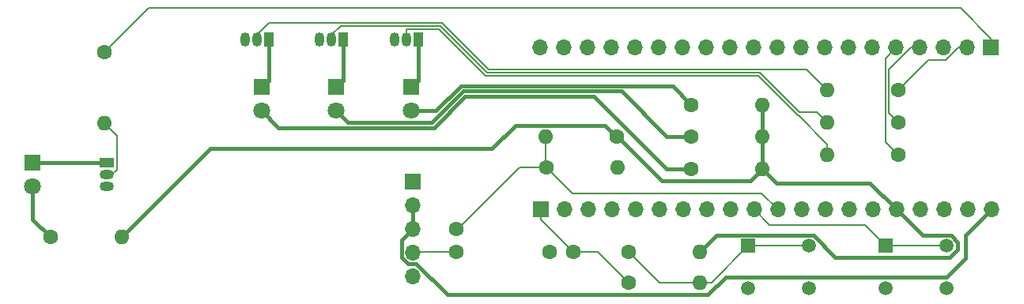
<source format=gbr>
%TF.GenerationSoftware,KiCad,Pcbnew,7.0.10*%
%TF.CreationDate,2024-12-18T16:05:21+01:00*%
%TF.ProjectId,transmitter,7472616e-736d-4697-9474-65722e6b6963,rev?*%
%TF.SameCoordinates,Original*%
%TF.FileFunction,Copper,L1,Top*%
%TF.FilePolarity,Positive*%
%FSLAX46Y46*%
G04 Gerber Fmt 4.6, Leading zero omitted, Abs format (unit mm)*
G04 Created by KiCad (PCBNEW 7.0.10) date 2024-12-18 16:05:21*
%MOMM*%
%LPD*%
G01*
G04 APERTURE LIST*
%TA.AperFunction,ComponentPad*%
%ADD10C,1.600000*%
%TD*%
%TA.AperFunction,ComponentPad*%
%ADD11O,1.600000X1.600000*%
%TD*%
%TA.AperFunction,ComponentPad*%
%ADD12R,1.800000X1.800000*%
%TD*%
%TA.AperFunction,ComponentPad*%
%ADD13C,1.800000*%
%TD*%
%TA.AperFunction,ComponentPad*%
%ADD14R,1.508000X1.508000*%
%TD*%
%TA.AperFunction,ComponentPad*%
%ADD15C,1.508000*%
%TD*%
%TA.AperFunction,ComponentPad*%
%ADD16R,1.050000X1.500000*%
%TD*%
%TA.AperFunction,ComponentPad*%
%ADD17O,1.050000X1.500000*%
%TD*%
%TA.AperFunction,ComponentPad*%
%ADD18R,1.700000X1.700000*%
%TD*%
%TA.AperFunction,ComponentPad*%
%ADD19O,1.700000X1.700000*%
%TD*%
%TA.AperFunction,ComponentPad*%
%ADD20R,1.500000X1.050000*%
%TD*%
%TA.AperFunction,ComponentPad*%
%ADD21O,1.500000X1.050000*%
%TD*%
%TA.AperFunction,Conductor*%
%ADD22C,0.200000*%
%TD*%
%TA.AperFunction,Conductor*%
%ADD23C,0.400000*%
%TD*%
G04 APERTURE END LIST*
D10*
%TO.P,100R,1*%
%TO.N,Net-(D2-A)*%
X182000000Y-64000000D03*
D11*
%TO.P,100R,2*%
%TO.N,+3V3*%
X189620000Y-64000000D03*
%TD*%
D10*
%TO.P,C1,1*%
%TO.N,Net-(J3-Pin_4)*%
X156800000Y-72900000D03*
%TO.P,C1,2*%
%TO.N,/ADC_0*%
X156800000Y-70400000D03*
%TD*%
D12*
%TO.P,LED R,1,K*%
%TO.N,Net-(D4-K)*%
X152000000Y-55230000D03*
D13*
%TO.P,LED R,2,A*%
%TO.N,Net-(D4-A)*%
X152000000Y-57770000D03*
%TD*%
D10*
%TO.P,1k,1*%
%TO.N,/LED_Y*%
X204210000Y-59000000D03*
D11*
%TO.P,1k,2*%
%TO.N,Net-(Q3-B)*%
X196590000Y-59000000D03*
%TD*%
D14*
%TO.P,S1,1*%
%TO.N,Net-(R13-Pad1)*%
X188125000Y-72250000D03*
D15*
%TO.P,S1,2*%
X194625000Y-72250000D03*
%TO.P,S1,3*%
%TO.N,GND*%
X188125000Y-76750000D03*
%TO.P,S1,4*%
X194625000Y-76750000D03*
%TD*%
D14*
%TO.P,S2,1*%
%TO.N,/RUN*%
X202850000Y-72250000D03*
D15*
%TO.P,S2,2*%
X209350000Y-72250000D03*
%TO.P,S2,3*%
%TO.N,GND*%
X202850000Y-76750000D03*
%TO.P,S2,4*%
X209350000Y-76750000D03*
%TD*%
D10*
%TO.P,1k,1*%
%TO.N,/LED_R*%
X204210000Y-62500000D03*
D11*
%TO.P,1k,2*%
%TO.N,Net-(Q4-B)*%
X196590000Y-62500000D03*
%TD*%
D10*
%TO.P,100R,1*%
%TO.N,Net-(D1-A)*%
X113390000Y-71300000D03*
D11*
%TO.P,100R,2*%
%TO.N,+3V3*%
X121010000Y-71300000D03*
%TD*%
D16*
%TO.P,Q2,1,C*%
%TO.N,Net-(D2-K)*%
X136750000Y-50140000D03*
D17*
%TO.P,Q2,2,B*%
%TO.N,Net-(Q2-B)*%
X135480000Y-50140000D03*
%TO.P,Q2,3,E*%
%TO.N,GND*%
X134210000Y-50140000D03*
%TD*%
D12*
%TO.P,LED G,1,K*%
%TO.N,Net-(D2-K)*%
X136000000Y-55230000D03*
D13*
%TO.P,LED G,2,A*%
%TO.N,Net-(D2-A)*%
X136000000Y-57770000D03*
%TD*%
D10*
%TO.P,1k,1*%
%TO.N,/BUTTON*%
X175290000Y-76200000D03*
D11*
%TO.P,1k,2*%
%TO.N,Net-(R13-Pad1)*%
X182910000Y-76200000D03*
%TD*%
D10*
%TO.P,1k,1*%
%TO.N,/LED_IR*%
X119200000Y-51490000D03*
D11*
%TO.P,1k,2*%
%TO.N,Net-(Q1-B)*%
X119200000Y-59110000D03*
%TD*%
D10*
%TO.P,1k,1*%
%TO.N,/LED_G*%
X204210000Y-55500000D03*
D11*
%TO.P,1k,2*%
%TO.N,Net-(Q2-B)*%
X196590000Y-55500000D03*
%TD*%
D16*
%TO.P,Q3,1,C*%
%TO.N,Net-(D3-K)*%
X144750000Y-50140000D03*
D17*
%TO.P,Q3,2,B*%
%TO.N,Net-(Q3-B)*%
X143480000Y-50140000D03*
%TO.P,Q3,3,E*%
%TO.N,GND*%
X142210000Y-50140000D03*
%TD*%
D10*
%TO.P,4k7,1*%
%TO.N,+3V3*%
X174000000Y-60500000D03*
D11*
%TO.P,4k7,2*%
%TO.N,/ADC_0*%
X166380000Y-60500000D03*
%TD*%
D16*
%TO.P,Q4,1,C*%
%TO.N,Net-(D4-K)*%
X152750000Y-50140000D03*
D17*
%TO.P,Q4,2,B*%
%TO.N,Net-(Q4-B)*%
X151480000Y-50140000D03*
%TO.P,Q4,3,E*%
%TO.N,GND*%
X150210000Y-50140000D03*
%TD*%
D18*
%TO.P,J1,1,Pin_1*%
%TO.N,/LED_IR*%
X214100000Y-51000000D03*
D19*
%TO.P,J1,2,Pin_2*%
%TO.N,/LED_G*%
X211560000Y-51000000D03*
%TO.P,J1,3,Pin_3*%
%TO.N,GND*%
X209020000Y-51000000D03*
%TO.P,J1,4,Pin_4*%
%TO.N,/LED_Y*%
X206480000Y-51000000D03*
%TO.P,J1,5,Pin_5*%
%TO.N,/LED_R*%
X203940000Y-51000000D03*
%TO.P,J1,6,Pin_6*%
%TO.N,unconnected-(J1-Pin_6-Pad6)*%
X201400000Y-51000000D03*
%TO.P,J1,7,Pin_7*%
%TO.N,unconnected-(J1-Pin_7-Pad7)*%
X198860000Y-51000000D03*
%TO.P,J1,8,Pin_8*%
%TO.N,GND*%
X196320000Y-51000000D03*
%TO.P,J1,9,Pin_9*%
%TO.N,unconnected-(J1-Pin_9-Pad9)*%
X193780000Y-51000000D03*
%TO.P,J1,10,Pin_10*%
%TO.N,unconnected-(J1-Pin_10-Pad10)*%
X191240000Y-51000000D03*
%TO.P,J1,11,Pin_11*%
%TO.N,unconnected-(J1-Pin_11-Pad11)*%
X188700000Y-51000000D03*
%TO.P,J1,12,Pin_12*%
%TO.N,unconnected-(J1-Pin_12-Pad12)*%
X186160000Y-51000000D03*
%TO.P,J1,13,Pin_13*%
%TO.N,GND*%
X183620000Y-51000000D03*
%TO.P,J1,14,Pin_14*%
%TO.N,unconnected-(J1-Pin_14-Pad14)*%
X181080000Y-51000000D03*
%TO.P,J1,15,Pin_15*%
%TO.N,unconnected-(J1-Pin_15-Pad15)*%
X178540000Y-51000000D03*
%TO.P,J1,16,Pin_16*%
%TO.N,unconnected-(J1-Pin_16-Pad16)*%
X176000000Y-51000000D03*
%TO.P,J1,17,Pin_17*%
%TO.N,unconnected-(J1-Pin_17-Pad17)*%
X173460000Y-51000000D03*
%TO.P,J1,18,Pin_18*%
%TO.N,GND*%
X170920000Y-51000000D03*
%TO.P,J1,19,Pin_19*%
%TO.N,unconnected-(J1-Pin_19-Pad19)*%
X168380000Y-51000000D03*
%TO.P,J1,20,Pin_20*%
%TO.N,unconnected-(J1-Pin_20-Pad20)*%
X165840000Y-51000000D03*
%TD*%
D10*
%TO.P,80R,1*%
%TO.N,Net-(D3-A)*%
X182000000Y-60500000D03*
D11*
%TO.P,80R,2*%
%TO.N,+3V3*%
X189620000Y-60500000D03*
%TD*%
D12*
%TO.P,LED Y,1,K*%
%TO.N,Net-(D3-K)*%
X144000000Y-55230000D03*
D13*
%TO.P,LED Y,2,A*%
%TO.N,Net-(D3-A)*%
X144000000Y-57770000D03*
%TD*%
D18*
%TO.P,J2,1,Pin_1*%
%TO.N,/BUTTON*%
X165900000Y-68355000D03*
D19*
%TO.P,J2,2,Pin_2*%
%TO.N,unconnected-(J2-Pin_2-Pad2)*%
X168440000Y-68355000D03*
%TO.P,J2,3,Pin_3*%
%TO.N,GND*%
X170980000Y-68355000D03*
%TO.P,J2,4,Pin_4*%
%TO.N,unconnected-(J2-Pin_4-Pad4)*%
X173520000Y-68355000D03*
%TO.P,J2,5,Pin_5*%
%TO.N,unconnected-(J2-Pin_5-Pad5)*%
X176060000Y-68355000D03*
%TO.P,J2,6,Pin_6*%
%TO.N,unconnected-(J2-Pin_6-Pad6)*%
X178600000Y-68355000D03*
%TO.P,J2,7,Pin_7*%
%TO.N,unconnected-(J2-Pin_7-Pad7)*%
X181140000Y-68355000D03*
%TO.P,J2,8,Pin_8*%
%TO.N,GND*%
X183680000Y-68355000D03*
%TO.P,J2,9,Pin_9*%
%TO.N,unconnected-(J2-Pin_9-Pad9)*%
X186220000Y-68355000D03*
%TO.P,J2,10,Pin_10*%
%TO.N,/RUN*%
X188760000Y-68355000D03*
%TO.P,J2,11,Pin_11*%
%TO.N,/ADC_0*%
X191300000Y-68355000D03*
%TO.P,J2,12,Pin_12*%
%TO.N,unconnected-(J2-Pin_12-Pad12)*%
X193840000Y-68355000D03*
%TO.P,J2,13,Pin_13*%
%TO.N,GND*%
X196380000Y-68355000D03*
%TO.P,J2,14,Pin_14*%
%TO.N,unconnected-(J2-Pin_14-Pad14)*%
X198920000Y-68355000D03*
%TO.P,J2,15,Pin_15*%
%TO.N,unconnected-(J2-Pin_15-Pad15)*%
X201460000Y-68355000D03*
%TO.P,J2,16,Pin_16*%
%TO.N,+3V3*%
X204000000Y-68355000D03*
%TO.P,J2,17,Pin_17*%
%TO.N,unconnected-(J2-Pin_17-Pad17)*%
X206540000Y-68355000D03*
%TO.P,J2,18,Pin_18*%
%TO.N,GND*%
X209080000Y-68355000D03*
%TO.P,J2,19,Pin_19*%
%TO.N,unconnected-(J2-Pin_19-Pad19)*%
X211620000Y-68355000D03*
%TO.P,J2,20,Pin_20*%
%TO.N,+5V*%
X214160000Y-68355000D03*
%TD*%
D20*
%TO.P,Q1,1,C*%
%TO.N,Net-(D1-K)*%
X119440000Y-63330000D03*
D21*
%TO.P,Q1,2,B*%
%TO.N,Net-(Q1-B)*%
X119440000Y-64600000D03*
%TO.P,Q1,3,E*%
%TO.N,GND*%
X119440000Y-65870000D03*
%TD*%
D10*
%TO.P,4k7,1*%
%TO.N,/ADC_0*%
X166500000Y-63800000D03*
D11*
%TO.P,4k7,2*%
%TO.N,GND*%
X174120000Y-63800000D03*
%TD*%
D12*
%TO.P,LED IR,1,K*%
%TO.N,Net-(D1-K)*%
X111500000Y-63325000D03*
D13*
%TO.P,LED IR,2,A*%
%TO.N,Net-(D1-A)*%
X111500000Y-65865000D03*
%TD*%
D10*
%TO.P,120R,1*%
%TO.N,Net-(D4-A)*%
X182000000Y-57100000D03*
D11*
%TO.P,120R,2*%
%TO.N,+3V3*%
X189620000Y-57100000D03*
%TD*%
D10*
%TO.P,10k,1*%
%TO.N,Net-(R13-Pad1)*%
X175290000Y-72900000D03*
D11*
%TO.P,10k,2*%
%TO.N,+3V3*%
X182910000Y-72900000D03*
%TD*%
D10*
%TO.P,C2,1*%
%TO.N,/BUTTON*%
X169350000Y-72900000D03*
%TO.P,C2,2*%
%TO.N,GND*%
X166850000Y-72900000D03*
%TD*%
D18*
%TO.P,J3,1,Pin_1*%
%TO.N,GND*%
X152200000Y-65350000D03*
D19*
%TO.P,J3,2,Pin_2*%
%TO.N,+5V*%
X152200000Y-67890000D03*
%TO.P,J3,3,Pin_3*%
X152200000Y-70430000D03*
%TO.P,J3,4,Pin_4*%
%TO.N,Net-(J3-Pin_4)*%
X152200000Y-72970000D03*
%TO.P,J3,5,Pin_5*%
%TO.N,unconnected-(J3-Pin_5-Pad5)*%
X152200000Y-75510000D03*
%TD*%
D22*
%TO.N,Net-(J3-Pin_4)*%
X152270000Y-72900000D02*
X152200000Y-72970000D01*
X156800000Y-72900000D02*
X152270000Y-72900000D01*
%TO.N,/ADC_0*%
X156990000Y-70400000D02*
X156800000Y-70400000D01*
X169300000Y-66600000D02*
X166500000Y-63800000D01*
X163590000Y-63800000D02*
X156990000Y-70400000D01*
X166380000Y-60500000D02*
X166380000Y-63680000D01*
X166500000Y-63800000D02*
X163590000Y-63800000D01*
X189545000Y-66600000D02*
X169300000Y-66600000D01*
X191300000Y-68355000D02*
X189545000Y-66600000D01*
X166380000Y-63680000D02*
X166500000Y-63800000D01*
%TO.N,/BUTTON*%
X169350000Y-72900000D02*
X171990000Y-72900000D01*
X165900000Y-68355000D02*
X165900000Y-69450000D01*
X171990000Y-72900000D02*
X175290000Y-76200000D01*
X165900000Y-69450000D02*
X169350000Y-72900000D01*
D23*
%TO.N,GND*%
X166850000Y-72900000D02*
X166500000Y-72900000D01*
%TO.N,Net-(D1-K)*%
X111500000Y-63325000D02*
X119435000Y-63325000D01*
X119435000Y-63325000D02*
X119440000Y-63330000D01*
%TO.N,Net-(D1-A)*%
X111500000Y-69410000D02*
X113390000Y-71300000D01*
X111500000Y-65865000D02*
X111500000Y-69410000D01*
%TO.N,Net-(D2-K)*%
X136000000Y-55230000D02*
X136750000Y-54480000D01*
X136750000Y-54480000D02*
X136750000Y-50140000D01*
%TO.N,Net-(D2-A)*%
X182000000Y-64000000D02*
X179390000Y-64000000D01*
X137800000Y-59570000D02*
X136000000Y-57770000D01*
X179390000Y-64000000D02*
X171590000Y-56200000D01*
X154430000Y-59570000D02*
X137800000Y-59570000D01*
X171590000Y-56200000D02*
X157800000Y-56200000D01*
X157800000Y-56200000D02*
X154430000Y-59570000D01*
%TO.N,Net-(D3-K)*%
X144750000Y-54480000D02*
X144750000Y-50140000D01*
X144000000Y-55230000D02*
X144750000Y-54480000D01*
%TO.N,Net-(D3-A)*%
X182000000Y-60500000D02*
X179390000Y-60500000D01*
X154202182Y-59020000D02*
X145250000Y-59020000D01*
X179390000Y-60500000D02*
X174540000Y-55650000D01*
X174540000Y-55650000D02*
X157572182Y-55650000D01*
X145250000Y-59020000D02*
X144000000Y-57770000D01*
X157572182Y-55650000D02*
X154202182Y-59020000D01*
%TO.N,Net-(D4-K)*%
X152750000Y-54480000D02*
X152750000Y-50140000D01*
X152000000Y-55230000D02*
X152750000Y-54480000D01*
%TO.N,Net-(D4-A)*%
X180000000Y-55100000D02*
X157344364Y-55100000D01*
X157344364Y-55100000D02*
X154674364Y-57770000D01*
X154674364Y-57770000D02*
X152000000Y-57770000D01*
X182000000Y-57100000D02*
X180000000Y-55100000D01*
D22*
%TO.N,/LED_IR*%
X210825000Y-46750000D02*
X214100000Y-50025000D01*
X214100000Y-50025000D02*
X214100000Y-51000000D01*
X123940000Y-46750000D02*
X210825000Y-46750000D01*
X119200000Y-51490000D02*
X123940000Y-46750000D01*
%TO.N,/LED_G*%
X209285000Y-52300000D02*
X210585000Y-51000000D01*
X204210000Y-55500000D02*
X207410000Y-52300000D01*
X210585000Y-51000000D02*
X211560000Y-51000000D01*
X207410000Y-52300000D02*
X209285000Y-52300000D01*
%TO.N,/LED_Y*%
X203160000Y-53345000D02*
X205505000Y-51000000D01*
X203160000Y-57950000D02*
X203160000Y-53345000D01*
X205505000Y-51000000D02*
X206480000Y-51000000D01*
X204210000Y-59000000D02*
X203160000Y-57950000D01*
%TO.N,/LED_R*%
X202810000Y-61100000D02*
X202810000Y-52130000D01*
X204210000Y-62500000D02*
X202810000Y-61100000D01*
X202810000Y-52130000D02*
X203940000Y-51000000D01*
%TO.N,/RUN*%
X209350000Y-72250000D02*
X202850000Y-72250000D01*
X200600000Y-70000000D02*
X190405000Y-70000000D01*
X190405000Y-70000000D02*
X188760000Y-68355000D01*
X202850000Y-72250000D02*
X200600000Y-70000000D01*
D23*
%TO.N,+3V3*%
X204000000Y-68355000D02*
X201145000Y-65500000D01*
X121010000Y-71300000D02*
X130510000Y-61800000D01*
X204000000Y-68355000D02*
X206791000Y-71146000D01*
X160663654Y-61800000D02*
X163163654Y-59300000D01*
X178855000Y-65250000D02*
X188370000Y-65250000D01*
X189620000Y-64000000D02*
X189620000Y-60500000D01*
X201145000Y-65500000D02*
X191120000Y-65500000D01*
X209807292Y-71146000D02*
X210500000Y-71838708D01*
X130510000Y-61800000D02*
X160663654Y-61800000D01*
X189620000Y-60500000D02*
X189620000Y-57100000D01*
X191120000Y-65500000D02*
X189620000Y-64000000D01*
X206791000Y-71146000D02*
X209807292Y-71146000D01*
X172800000Y-59300000D02*
X174000000Y-60500000D01*
X188370000Y-65250000D02*
X189620000Y-64000000D01*
X174000000Y-60500000D02*
X174105000Y-60500000D01*
X163163654Y-59300000D02*
X172800000Y-59300000D01*
X210500000Y-71838708D02*
X210500000Y-72661292D01*
X209661292Y-73500000D02*
X197436292Y-73500000D01*
X197436292Y-73500000D02*
X195082292Y-71146000D01*
X184664000Y-71146000D02*
X182910000Y-72900000D01*
X195082292Y-71146000D02*
X184664000Y-71146000D01*
X174105000Y-60500000D02*
X178855000Y-65250000D01*
X210500000Y-72661292D02*
X209661292Y-73500000D01*
%TO.N,+5V*%
X183800000Y-77500000D02*
X155887057Y-77500000D01*
X152557057Y-74170000D02*
X151702943Y-74170000D01*
X185700000Y-75600000D02*
X183800000Y-77500000D01*
X214160000Y-68355000D02*
X211369000Y-71146000D01*
X155887057Y-77500000D02*
X152557057Y-74170000D01*
X209300000Y-75600000D02*
X185700000Y-75600000D01*
X211369000Y-73531000D02*
X209300000Y-75600000D01*
X151000000Y-71630000D02*
X152200000Y-70430000D01*
X151000000Y-73467057D02*
X151000000Y-71630000D01*
X151702943Y-74170000D02*
X151000000Y-73467057D01*
X152200000Y-70430000D02*
X152200000Y-67890000D01*
X211369000Y-71146000D02*
X211369000Y-73531000D01*
D22*
%TO.N,Net-(Q1-B)*%
X120500000Y-60410000D02*
X119200000Y-59110000D01*
X120500000Y-64045000D02*
X120500000Y-60410000D01*
X119440000Y-64600000D02*
X119945000Y-64600000D01*
X119945000Y-64600000D02*
X120500000Y-64045000D01*
%TO.N,Net-(Q2-B)*%
X135480000Y-50140000D02*
X135480000Y-49635000D01*
X136815000Y-48300000D02*
X155297487Y-48300000D01*
X155297487Y-48300000D02*
X160297486Y-53300000D01*
X194390000Y-53300000D02*
X196590000Y-55500000D01*
X135480000Y-49635000D02*
X136815000Y-48300000D01*
X160297486Y-53300000D02*
X194390000Y-53300000D01*
%TO.N,Net-(Q3-B)*%
X189334975Y-53650000D02*
X193584974Y-57900000D01*
X155152513Y-48650000D02*
X160152512Y-53650000D01*
X193584974Y-57900000D02*
X195490000Y-57900000D01*
X195490000Y-57900000D02*
X196590000Y-59000000D01*
X143480000Y-50140000D02*
X143480000Y-49635000D01*
X143480000Y-49635000D02*
X144465000Y-48650000D01*
X144465000Y-48650000D02*
X155152513Y-48650000D01*
X160152512Y-53650000D02*
X189334975Y-53650000D01*
%TO.N,Net-(Q4-B)*%
X193440000Y-58250000D02*
X193500000Y-58250000D01*
X151480000Y-50140000D02*
X151480000Y-49000000D01*
X189190000Y-54000000D02*
X193440000Y-58250000D01*
X155005026Y-49000000D02*
X160005026Y-54000000D01*
X151480000Y-49000000D02*
X155005026Y-49000000D01*
X160005026Y-54000000D02*
X189190000Y-54000000D01*
X193500000Y-58250000D02*
X196590000Y-61340000D01*
X196590000Y-61340000D02*
X196590000Y-62500000D01*
%TO.N,Net-(R13-Pad1)*%
X182910000Y-76200000D02*
X178590000Y-76200000D01*
X182910000Y-76200000D02*
X184175000Y-76200000D01*
X178590000Y-76200000D02*
X175290000Y-72900000D01*
X194625000Y-72250000D02*
X188125000Y-72250000D01*
X184175000Y-76200000D02*
X188125000Y-72250000D01*
%TD*%
M02*

</source>
